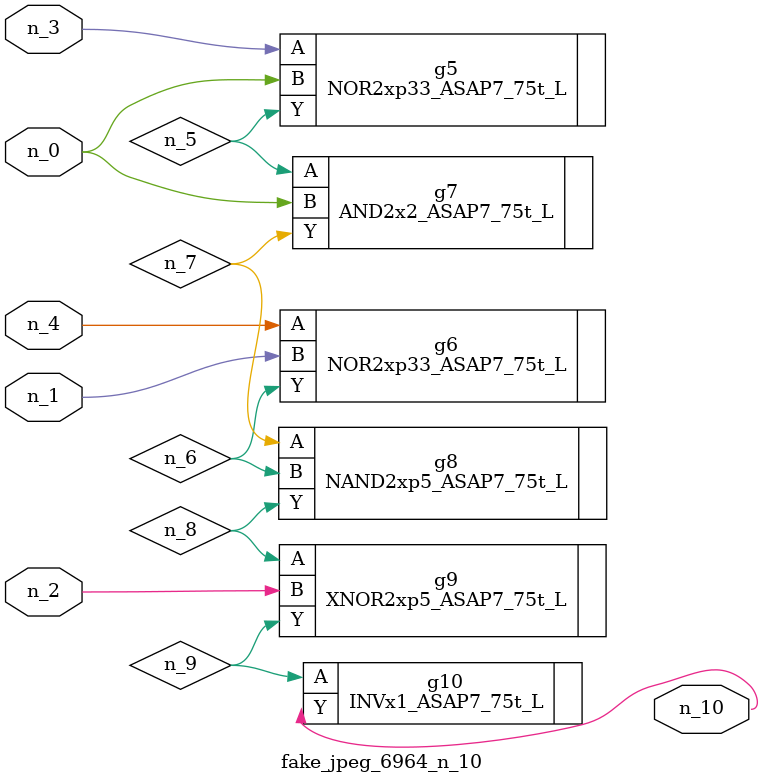
<source format=v>
module fake_jpeg_6964_n_10 (n_3, n_2, n_1, n_0, n_4, n_10);

input n_3;
input n_2;
input n_1;
input n_0;
input n_4;

output n_10;

wire n_8;
wire n_9;
wire n_6;
wire n_5;
wire n_7;

NOR2xp33_ASAP7_75t_L g5 ( 
.A(n_3),
.B(n_0),
.Y(n_5)
);

NOR2xp33_ASAP7_75t_L g6 ( 
.A(n_4),
.B(n_1),
.Y(n_6)
);

AND2x2_ASAP7_75t_L g7 ( 
.A(n_5),
.B(n_0),
.Y(n_7)
);

NAND2xp5_ASAP7_75t_L g8 ( 
.A(n_7),
.B(n_6),
.Y(n_8)
);

XNOR2xp5_ASAP7_75t_L g9 ( 
.A(n_8),
.B(n_2),
.Y(n_9)
);

INVx1_ASAP7_75t_L g10 ( 
.A(n_9),
.Y(n_10)
);


endmodule
</source>
